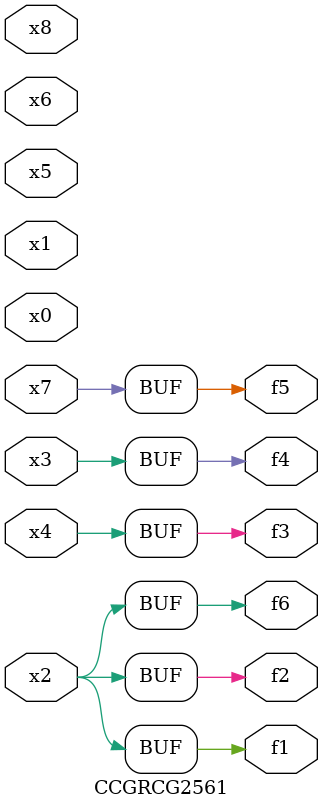
<source format=v>
module CCGRCG2561(
	input x0, x1, x2, x3, x4, x5, x6, x7, x8,
	output f1, f2, f3, f4, f5, f6
);
	assign f1 = x2;
	assign f2 = x2;
	assign f3 = x4;
	assign f4 = x3;
	assign f5 = x7;
	assign f6 = x2;
endmodule

</source>
